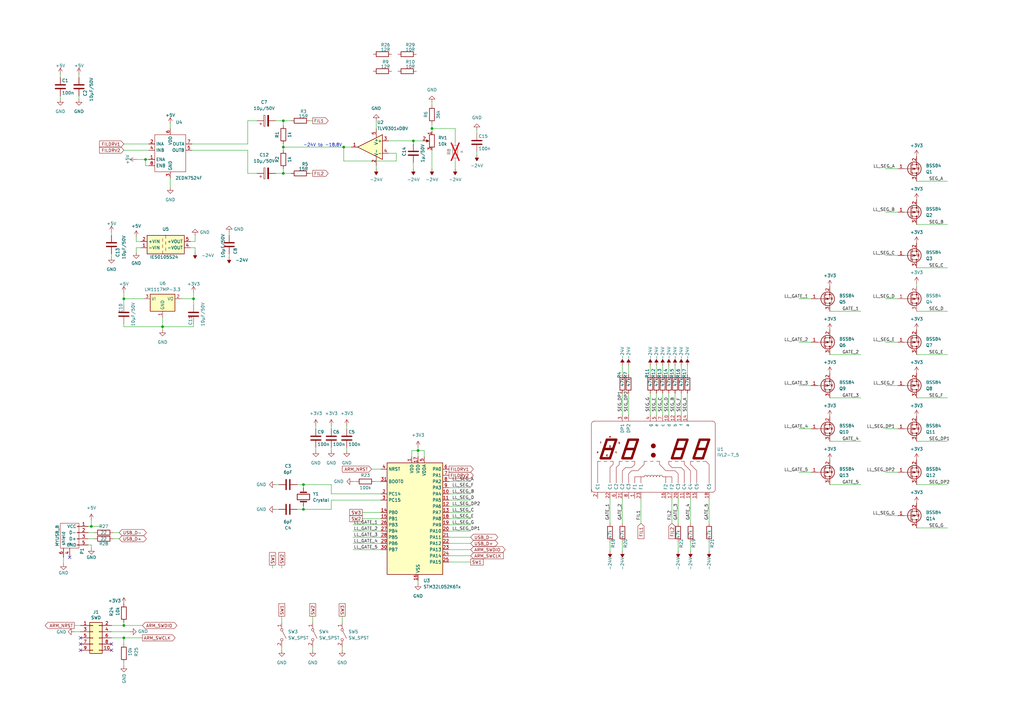
<source format=kicad_sch>
(kicad_sch (version 20230121) (generator eeschema)
  (paper "A3")
  (junction (at 124.46 208.915))
  (junction (at 59.69 65.405))
  (junction (at 37.465 215.9))
  (junction (at 124.46 198.755))
  (junction (at 116.205 71.12))
  (junction (at 79.375 122.555))
  (junction (at 116.205 49.53))
  (junction (at 50.8 256.54))
  (junction (at 50.8 122.555))
  (junction (at 177.165 52.705))
  (junction (at 140.97 60.325))
  (junction (at 66.675 133.985))
  (junction (at 171.45 184.785))
  (junction (at 169.545 57.785))
  (junction (at 116.205 60.325))
  (junction (at 50.8 261.62))
  (no_connect (at 45.72 266.7))
  (no_connect (at 45.72 264.16))
  (no_connect (at 33.02 261.62))
  (no_connect (at 28.575 228.6))
  (no_connect (at 33.02 266.7))
  (no_connect (at 33.02 264.16))
  (wire (pts (xy 171.45 184.785) (xy 171.45 187.325)))
  (wire (pts (xy 184.15 197.485) (xy 193.04 197.485)))
  (wire (pts (xy 37.465 215.9) (xy 36.195 215.9)))
  (wire (pts (xy 80.01 99.06) (xy 78.105 99.06)))
  (wire (pts (xy 375.92 74.295) (xy 388.62 74.295)))
  (wire (pts (xy 177.165 61.595) (xy 177.165 69.215)))
  (wire (pts (xy 184.15 205.105) (xy 193.04 205.105)))
  (wire (pts (xy 116.205 71.12) (xy 119.38 71.12)))
  (wire (pts (xy 116.205 49.53) (xy 116.205 51.435)))
  (wire (pts (xy 74.295 122.555) (xy 79.375 122.555)))
  (wire (pts (xy 168.91 187.325) (xy 168.91 184.785)))
  (wire (pts (xy 184.15 202.565) (xy 193.04 202.565)))
  (wire (pts (xy 262.89 204.47) (xy 262.89 214.63)))
  (wire (pts (xy 127 71.12) (xy 128.27 71.12)))
  (wire (pts (xy 105.41 49.53) (xy 101.6 49.53)))
  (wire (pts (xy 177.165 52.705) (xy 177.165 53.975)))
  (wire (pts (xy 135.89 205.105) (xy 135.89 208.915)))
  (wire (pts (xy 129.54 174.625) (xy 129.54 175.895)))
  (wire (pts (xy 162.56 62.865) (xy 159.385 62.865)))
  (wire (pts (xy 50.8 133.985) (xy 66.675 133.985)))
  (wire (pts (xy 24.765 39.37) (xy 24.765 40.64)))
  (wire (pts (xy 101.6 71.12) (xy 105.41 71.12)))
  (wire (pts (xy 33.02 256.54) (xy 30.48 256.54)))
  (wire (pts (xy 78.74 59.055) (xy 101.6 59.055)))
  (wire (pts (xy 32.385 39.37) (xy 32.385 40.64)))
  (wire (pts (xy 363.22 193.675) (xy 368.3 193.675)))
  (wire (pts (xy 177.165 41.91) (xy 177.165 43.18)))
  (wire (pts (xy 144.145 60.325) (xy 140.97 60.325)))
  (wire (pts (xy 121.92 198.755) (xy 124.46 198.755)))
  (wire (pts (xy 363.22 86.995) (xy 368.3 86.995)))
  (wire (pts (xy 173.99 184.785) (xy 171.45 184.785)))
  (wire (pts (xy 36.195 220.98) (xy 38.735 220.98)))
  (wire (pts (xy 154.305 49.53) (xy 154.305 52.705)))
  (wire (pts (xy 184.15 210.185) (xy 193.04 210.185)))
  (wire (pts (xy 363.22 104.775) (xy 368.3 104.775)))
  (wire (pts (xy 55.88 97.155) (xy 55.88 99.06)))
  (wire (pts (xy 140.97 66.04) (xy 162.56 66.04)))
  (wire (pts (xy 78.105 101.6) (xy 80.01 101.6)))
  (wire (pts (xy 78.74 61.595) (xy 101.6 61.595)))
  (wire (pts (xy 69.85 73.025) (xy 69.85 76.835)))
  (wire (pts (xy 93.98 95.25) (xy 93.98 96.52)))
  (wire (pts (xy 327.66 158.115) (xy 332.74 158.115)))
  (wire (pts (xy 58.42 256.54) (xy 50.8 256.54)))
  (wire (pts (xy 59.69 67.945) (xy 59.69 65.405)))
  (wire (pts (xy 135.89 198.755) (xy 124.46 198.755)))
  (wire (pts (xy 113.03 208.915) (xy 114.3 208.915)))
  (wire (pts (xy 129.54 183.515) (xy 129.54 184.785)))
  (wire (pts (xy 140.335 252.73) (xy 140.335 255.27)))
  (wire (pts (xy 144.78 217.805) (xy 156.21 217.805)))
  (wire (pts (xy 79.375 122.555) (xy 79.375 125.095)))
  (wire (pts (xy 186.69 52.705) (xy 177.165 52.705)))
  (wire (pts (xy 36.195 223.52) (xy 37.465 223.52)))
  (wire (pts (xy 363.22 211.455) (xy 368.3 211.455)))
  (wire (pts (xy 121.92 208.915) (xy 124.46 208.915)))
  (wire (pts (xy 30.48 259.08) (xy 33.02 259.08)))
  (wire (pts (xy 50.8 255.27) (xy 50.8 256.54)))
  (wire (pts (xy 80.01 96.52) (xy 80.01 99.06)))
  (wire (pts (xy 195.58 54.61) (xy 195.58 53.34)))
  (wire (pts (xy 375.92 180.975) (xy 388.62 180.975)))
  (wire (pts (xy 184.15 215.265) (xy 193.04 215.265)))
  (wire (pts (xy 142.24 174.625) (xy 142.24 175.895)))
  (wire (pts (xy 363.22 158.115) (xy 368.3 158.115)))
  (wire (pts (xy 135.89 202.565) (xy 135.89 198.755)))
  (wire (pts (xy 274.32 161.29) (xy 274.32 170.18)))
  (wire (pts (xy 266.7 161.29) (xy 266.7 170.18)))
  (wire (pts (xy 66.675 133.985) (xy 66.675 135.255)))
  (wire (pts (xy 375.92 216.535) (xy 388.62 216.535)))
  (wire (pts (xy 93.98 104.14) (xy 93.98 105.41)))
  (wire (pts (xy 169.545 66.675) (xy 169.545 69.215)))
  (wire (pts (xy 116.205 59.055) (xy 116.205 60.325)))
  (wire (pts (xy 276.86 149.86) (xy 276.86 153.67)))
  (wire (pts (xy 50.8 264.16) (xy 50.8 261.62)))
  (wire (pts (xy 278.13 204.47) (xy 278.13 214.63)))
  (wire (pts (xy 184.15 220.345) (xy 193.04 220.345)))
  (wire (pts (xy 255.27 161.29) (xy 255.27 170.18)))
  (wire (pts (xy 46.355 220.98) (xy 48.895 220.98)))
  (wire (pts (xy 142.24 183.515) (xy 142.24 184.785)))
  (wire (pts (xy 184.15 227.965) (xy 193.04 227.965)))
  (wire (pts (xy 50.8 132.715) (xy 50.8 133.985)))
  (wire (pts (xy 327.66 175.895) (xy 332.74 175.895)))
  (wire (pts (xy 144.78 225.425) (xy 156.21 225.425)))
  (wire (pts (xy 257.81 149.86) (xy 257.81 153.67)))
  (wire (pts (xy 269.24 149.86) (xy 269.24 153.67)))
  (wire (pts (xy 173.99 187.325) (xy 173.99 184.785)))
  (wire (pts (xy 69.85 50.8) (xy 69.85 52.705)))
  (wire (pts (xy 46.355 218.44) (xy 48.895 218.44)))
  (wire (pts (xy 327.66 193.675) (xy 332.74 193.675)))
  (wire (pts (xy 375.92 127.635) (xy 388.62 127.635)))
  (wire (pts (xy 276.86 161.29) (xy 276.86 170.18)))
  (wire (pts (xy 171.45 238.125) (xy 171.45 239.395)))
  (wire (pts (xy 66.675 130.175) (xy 66.675 133.985)))
  (wire (pts (xy 127 49.53) (xy 128.27 49.53)))
  (wire (pts (xy 290.83 222.25) (xy 290.83 226.06)))
  (wire (pts (xy 327.66 140.335) (xy 332.74 140.335)))
  (wire (pts (xy 375.92 145.415) (xy 388.62 145.415)))
  (wire (pts (xy 340.36 198.755) (xy 353.06 198.755)))
  (wire (pts (xy 153.67 197.485) (xy 156.21 197.485)))
  (wire (pts (xy 159.385 57.785) (xy 169.545 57.785)))
  (wire (pts (xy 111.76 231.775) (xy 111.76 233.045)))
  (wire (pts (xy 144.78 215.265) (xy 156.21 215.265)))
  (wire (pts (xy 171.45 183.515) (xy 171.45 184.785)))
  (wire (pts (xy 271.78 161.29) (xy 271.78 170.18)))
  (wire (pts (xy 113.03 49.53) (xy 116.205 49.53)))
  (wire (pts (xy 169.545 57.785) (xy 173.355 57.785)))
  (wire (pts (xy 154.305 67.945) (xy 154.305 69.215)))
  (wire (pts (xy 184.15 207.645) (xy 193.04 207.645)))
  (wire (pts (xy 113.03 198.755) (xy 114.3 198.755)))
  (wire (pts (xy 116.205 60.325) (xy 116.205 61.595)))
  (wire (pts (xy 55.88 101.6) (xy 57.785 101.6)))
  (wire (pts (xy 59.69 65.405) (xy 60.96 65.405)))
  (wire (pts (xy 177.165 50.8) (xy 177.165 52.705)))
  (wire (pts (xy 340.36 127.635) (xy 353.06 127.635)))
  (wire (pts (xy 60.96 67.945) (xy 59.69 67.945)))
  (wire (pts (xy 128.27 252.73) (xy 128.27 255.27)))
  (wire (pts (xy 24.765 31.75) (xy 24.765 30.48)))
  (wire (pts (xy 36.195 218.44) (xy 38.735 218.44)))
  (wire (pts (xy 279.4 149.86) (xy 279.4 153.67)))
  (wire (pts (xy 128.27 266.7) (xy 128.27 265.43)))
  (wire (pts (xy 375.92 109.855) (xy 388.62 109.855)))
  (wire (pts (xy 124.46 198.755) (xy 124.46 200.025)))
  (wire (pts (xy 140.335 266.7) (xy 140.335 265.43)))
  (wire (pts (xy 283.21 204.47) (xy 283.21 214.63)))
  (wire (pts (xy 255.27 204.47) (xy 255.27 214.63)))
  (wire (pts (xy 116.205 60.325) (xy 140.97 60.325)))
  (wire (pts (xy 37.465 213.36) (xy 37.465 215.9)))
  (wire (pts (xy 124.46 208.915) (xy 124.46 207.645)))
  (wire (pts (xy 115.57 266.7) (xy 115.57 265.43)))
  (wire (pts (xy 50.8 271.78) (xy 50.8 273.05)))
  (wire (pts (xy 37.465 223.52) (xy 37.465 224.79)))
  (wire (pts (xy 135.89 174.625) (xy 135.89 175.895)))
  (wire (pts (xy 144.78 197.485) (xy 146.05 197.485)))
  (wire (pts (xy 169.545 57.785) (xy 169.545 59.055)))
  (wire (pts (xy 290.83 204.47) (xy 290.83 214.63)))
  (wire (pts (xy 363.22 175.895) (xy 368.3 175.895)))
  (wire (pts (xy 184.15 222.885) (xy 193.04 222.885)))
  (wire (pts (xy 45.72 95.25) (xy 45.72 96.52)))
  (wire (pts (xy 250.19 222.25) (xy 250.19 226.06)))
  (wire (pts (xy 375.92 116.205) (xy 375.92 117.475)))
  (wire (pts (xy 340.36 163.195) (xy 353.06 163.195)))
  (wire (pts (xy 101.6 49.53) (xy 101.6 59.055)))
  (wire (pts (xy 50.8 59.055) (xy 60.96 59.055)))
  (wire (pts (xy 41.275 215.9) (xy 37.465 215.9)))
  (wire (pts (xy 278.13 222.25) (xy 278.13 226.06)))
  (wire (pts (xy 375.92 92.075) (xy 388.62 92.075)))
  (wire (pts (xy 156.21 202.565) (xy 135.89 202.565)))
  (wire (pts (xy 152.4 192.405) (xy 156.21 192.405)))
  (wire (pts (xy 279.4 161.29) (xy 279.4 170.18)))
  (wire (pts (xy 116.205 69.215) (xy 116.205 71.12)))
  (wire (pts (xy 168.91 184.785) (xy 171.45 184.785)))
  (wire (pts (xy 340.36 180.975) (xy 353.06 180.975)))
  (wire (pts (xy 327.66 122.555) (xy 332.74 122.555)))
  (wire (pts (xy 50.8 256.54) (xy 45.72 256.54)))
  (wire (pts (xy 283.21 222.25) (xy 283.21 226.06)))
  (wire (pts (xy 274.32 149.86) (xy 274.32 153.67)))
  (wire (pts (xy 375.92 163.195) (xy 388.62 163.195)))
  (wire (pts (xy 363.22 140.335) (xy 368.3 140.335)))
  (wire (pts (xy 375.92 198.755) (xy 388.62 198.755)))
  (wire (pts (xy 195.58 62.23) (xy 195.58 63.5)))
  (wire (pts (xy 184.15 217.805) (xy 193.04 217.805)))
  (wire (pts (xy 281.94 149.86) (xy 281.94 153.67)))
  (wire (pts (xy 162.56 66.04) (xy 162.56 62.865)))
  (wire (pts (xy 275.59 204.47) (xy 275.59 214.63)))
  (wire (pts (xy 26.035 231.14) (xy 26.035 228.6)))
  (wire (pts (xy 135.89 183.515) (xy 135.89 184.785)))
  (wire (pts (xy 148.59 212.725) (xy 156.21 212.725)))
  (wire (pts (xy 50.8 61.595) (xy 60.96 61.595)))
  (wire (pts (xy 80.01 101.6) (xy 80.01 103.505)))
  (wire (pts (xy 156.21 205.105) (xy 135.89 205.105)))
  (wire (pts (xy 53.34 259.08) (xy 45.72 259.08)))
  (wire (pts (xy 115.57 231.775) (xy 115.57 233.045)))
  (wire (pts (xy 363.22 69.215) (xy 368.3 69.215)))
  (wire (pts (xy 184.15 225.425) (xy 193.04 225.425)))
  (wire (pts (xy 144.78 220.345) (xy 156.21 220.345)))
  (wire (pts (xy 255.27 222.25) (xy 255.27 226.06)))
  (wire (pts (xy 250.19 204.47) (xy 250.19 214.63)))
  (wire (pts (xy 116.205 49.53) (xy 119.38 49.53)))
  (wire (pts (xy 50.8 122.555) (xy 50.8 125.095)))
  (wire (pts (xy 140.97 60.325) (xy 140.97 66.04)))
  (wire (pts (xy 266.7 149.86) (xy 266.7 153.67)))
  (wire (pts (xy 186.69 58.42) (xy 186.69 52.705)))
  (wire (pts (xy 271.78 149.86) (xy 271.78 153.67)))
  (wire (pts (xy 50.8 120.015) (xy 50.8 122.555)))
  (wire (pts (xy 66.675 133.985) (xy 79.375 133.985)))
  (wire (pts (xy 135.89 208.915) (xy 124.46 208.915)))
  (wire (pts (xy 186.69 66.04) (xy 186.69 69.215)))
  (wire (pts (xy 255.27 149.86) (xy 255.27 153.67)))
  (wire (pts (xy 32.385 30.48) (xy 32.385 31.75)))
  (wire (pts (xy 55.88 99.06) (xy 57.785 99.06)))
  (wire (pts (xy 184.15 200.025) (xy 193.04 200.025)))
  (wire (pts (xy 101.6 61.595) (xy 101.6 71.12)))
  (wire (pts (xy 79.375 120.015) (xy 79.375 122.555)))
  (wire (pts (xy 363.22 122.555) (xy 368.3 122.555)))
  (wire (pts (xy 113.03 71.12) (xy 116.205 71.12)))
  (wire (pts (xy 148.59 210.185) (xy 156.21 210.185)))
  (wire (pts (xy 50.8 122.555) (xy 59.055 122.555)))
  (wire (pts (xy 50.8 261.62) (xy 45.72 261.62)))
  (wire (pts (xy 55.88 103.505) (xy 55.88 101.6)))
  (wire (pts (xy 184.15 230.505) (xy 193.04 230.505)))
  (wire (pts (xy 79.375 133.985) (xy 79.375 132.715)))
  (wire (pts (xy 58.42 261.62) (xy 50.8 261.62)))
  (wire (pts (xy 184.15 212.725) (xy 193.04 212.725)))
  (wire (pts (xy 281.94 161.29) (xy 281.94 170.18)))
  (wire (pts (xy 45.72 104.14) (xy 45.72 105.41)))
  (wire (pts (xy 340.36 145.415) (xy 353.06 145.415)))
  (wire (pts (xy 257.81 161.29) (xy 257.81 170.18)))
  (wire (pts (xy 115.57 252.73) (xy 115.57 255.27)))
  (wire (pts (xy 269.24 161.29) (xy 269.24 170.18)))
  (wire (pts (xy 144.78 222.885) (xy 156.21 222.885)))
  (wire (pts (xy 55.88 65.405) (xy 59.69 65.405)))
  (text "-24V to -18.8V" (at 140.335 60.325 0) (effects (font (size 1.27 1.27)) (justify right bottom)))
  (label "LL_SEG_C" (at 185.42 210.185 0))
  (label "SEG_E" (at 381 145.415 0))
  (label "LL_SEG_A" (at 185.42 197.485 0))
  (label "SEG_DP2" (at 381 198.755 0))
  (label "LL_SEG_F" (at 185.42 200.025 0))
  (label "GATE_2" (at 255.27 213.36 90))
  (label "LL_SEG_B" (at 367.03 86.995 180))
  (label "LL_GATE_3" (at 154.94 220.345 180))
  (label "LL_GATE_5" (at 154.94 225.425 180))
  (label "LL_SEG_DP1" (at 185.42 217.805 0))
  (label "LL_SEG_DP1" (at 367.03 175.895 180))
  (label "SEG_A" (at 281.94 168.91 90))
  (label "GATE_4" (at 345.44 180.975 0))
  (label "GATE_1" (at 250.19 213.36 90))
  (label "LL_GATE_1" (at 331.47 122.555 180))
  (label "LL_SEG_G" (at 185.42 215.265 0))
  (label "SEG_B" (at 276.86 168.91 90))
  (label "GATE_2" (at 345.44 145.415 0))
  (label "SEG_F" (at 381 163.195 0))
  (label "LL_SEG_B" (at 185.42 202.565 0))
  (label "GATE_5" (at 345.44 198.755 0))
  (label "SEG_E" (at 269.24 168.91 90))
  (label "SEG_DP2" (at 257.81 168.91 90))
  (label "SEG_G" (at 381 216.535 0))
  (label "LL_SEG_C" (at 367.03 104.775 180))
  (label "FIL2" (at 275.59 213.36 90))
  (label "SEG_B" (at 381 92.075 0))
  (label "LL_GATE_5" (at 331.47 193.675 180))
  (label "LL_GATE_4" (at 331.47 175.895 180))
  (label "SEG_C" (at 271.78 168.91 90))
  (label "GATE_4" (at 283.21 213.36 90))
  (label "FIL1" (at 262.89 213.36 90))
  (label "LL_SEG_E" (at 185.42 212.725 0))
  (label "SEG_DP1" (at 381 180.975 0))
  (label "LL_SEG_A" (at 367.03 69.215 180))
  (label "LL_GATE_3" (at 331.47 158.115 180))
  (label "GATE_3" (at 278.13 213.36 90))
  (label "SEG_G" (at 266.7 168.91 90))
  (label "SEG_F" (at 279.4 168.91 90))
  (label "LL_SEG_D" (at 185.42 205.105 0))
  (label "SEG_C" (at 381 109.855 0))
  (label "SEG_A" (at 381 74.295 0))
  (label "LL_GATE_4" (at 154.94 222.885 180))
  (label "GATE_5" (at 290.83 213.36 90))
  (label "LL_SEG_E" (at 367.03 140.335 180))
  (label "GATE_1" (at 345.44 127.635 0))
  (label "SEG_D" (at 381 127.635 0))
  (label "LL_SEG_DP2" (at 367.03 193.675 180))
  (label "LL_SEG_D" (at 367.03 122.555 180))
  (label "LL_GATE_2" (at 154.94 217.805 180))
  (label "SEG_DP1" (at 255.27 168.91 90))
  (label "LL_SEG_F" (at 367.03 158.115 180))
  (label "LL_SEG_DP2" (at 185.42 207.645 0))
  (label "GATE_3" (at 345.44 163.195 0))
  (label "LL_SEG_G" (at 367.03 211.455 180))
  (label "LL_GATE_1" (at 154.94 215.265 180))
  (label "SEG_D" (at 274.32 168.91 90))
  (label "LL_GATE_2" (at 331.47 140.335 180))
  (global_label "ARM_NRST" (shape output) (at 30.48 256.54 180) (property "Intersheetrefs" "${INTERSHEET_REFS}" (effects hide)))
  (global_label "FILDRV1" (shape output) (at 184.15 192.405 0) (property "Intersheetrefs" "${INTERSHEET_REFS}" (effects hide)))
  (global_label "SW3" (shape passive) (at 148.59 210.185 180) (property "Intersheetrefs" "${INTERSHEET_REFS}" (effects hide)))
  (global_label "ARM_SWCLK" (shape input) (at 193.04 227.965 0) (property "Intersheetrefs" "${INTERSHEET_REFS}" (effects hide)))
  (global_label "SW1" (shape passive) (at 193.04 230.505 0) (property "Intersheetrefs" "${INTERSHEET_REFS}" (effects hide)))
  (global_label "SW2" (shape passive) (at 115.57 231.775 90) (property "Intersheetrefs" "${INTERSHEET_REFS}" (effects hide)))
  (global_label "ARM_SWCLK" (shape output) (at 58.42 261.62 0) (property "Intersheetrefs" "${INTERSHEET_REFS}" (effects hide)))
  (global_label "USB_D+" (shape bidirectional) (at 193.04 222.885 0) (property "Intersheetrefs" "${INTERSHEET_REFS}" (effects hide)))
  (global_label "SW1" (shape passive) (at 115.57 252.73 90) (property "Intersheetrefs" "${INTERSHEET_REFS}" (effects hide)))
  (global_label "SW1" (shape passive) (at 111.76 231.775 90) (property "Intersheetrefs" "${INTERSHEET_REFS}" (effects hide)))
  (global_label "SW2" (shape passive) (at 148.59 212.725 180) (property "Intersheetrefs" "${INTERSHEET_REFS}" (effects hide)))
  (global_label "FIL2" (shape output) (at 128.27 71.12 0) (property "Intersheetrefs" "${INTERSHEET_REFS}" (effects hide)))
  (global_label "ARM_SWDIO" (shape bidirectional) (at 58.42 256.54 0) (property "Intersheetrefs" "${INTERSHEET_REFS}" (effects hide)))
  (global_label "SW3" (shape passive) (at 140.335 252.73 90) (property "Intersheetrefs" "${INTERSHEET_REFS}" (effects hide)))
  (global_label "SW2" (shape passive) (at 128.27 252.73 90) (property "Intersheetrefs" "${INTERSHEET_REFS}" (effects hide)))
  (global_label "USB_D-" (shape bidirectional) (at 193.04 220.345 0) (property "Intersheetrefs" "${INTERSHEET_REFS}" (effects hide)))
  (global_label "USB_D-" (shape bidirectional) (at 48.895 218.44 0) (property "Intersheetrefs" "${INTERSHEET_REFS}" (effects hide)))
  (global_label "FIL1" (shape output) (at 128.27 49.53 0) (property "Intersheetrefs" "${INTERSHEET_REFS}" (effects hide)))
  (global_label "USB_D+" (shape bidirectional) (at 48.895 220.98 0) (property "Intersheetrefs" "${INTERSHEET_REFS}" (effects hide)))
  (global_label "FIL1" (shape input) (at 262.89 214.63 270) (property "Intersheetrefs" "${INTERSHEET_REFS}" (effects hide)))
  (global_label "FIL2" (shape input) (at 275.59 214.63 270) (property "Intersheetrefs" "${INTERSHEET_REFS}" (effects hide)))
  (global_label "FILDRV2" (shape output) (at 184.15 194.945 0) (property "Intersheetrefs" "${INTERSHEET_REFS}" (effects hide)))
  (global_label "ARM_SWDIO" (shape bidirectional) (at 193.04 225.425 0) (property "Intersheetrefs" "${INTERSHEET_REFS}" (effects hide)))
  (global_label "ARM_NRST" (shape input) (at 152.4 192.405 180) (property "Intersheetrefs" "${INTERSHEET_REFS}" (effects hide)))
  (global_label "FILDRV1" (shape input) (at 50.8 59.055 180) (property "Intersheetrefs" "${INTERSHEET_REFS}" (effects hide)))
  (global_label "FILDRV2" (shape input) (at 50.8 61.595 180) (property "Intersheetrefs" "${INTERSHEET_REFS}" (effects hide)))
  (symbol (lib_id "power:+3V3") (at 375.92 170.815 0) (unit 1)
    (property "Reference" "#PWR028" (effects hide))
    (property "Value" "+3V3" (at 375.92 166.37 0))
  )
  (symbol (lib_id "clock-rescue:MYUSB_B") (at 28.575 220.98 90) (mirror x) (unit 1)
    (property "Reference" "P1" (at 33.655 226.06 0))
    (property "Value" "MYUSB_B" (at 23.495 219.71 0))
    (property "Footprint" "Connector_USB:USB_Micro-B_Amphenol_10103594-0001LF_Horizontal" (effects hide))
    (property "OrderNr" "609-4050-1-ND" (effects hide))
    (property "Distributor" "D" (effects hide))
    (property "Manufacturer" "10103594-0001LF" (effects hide))
  )
  (symbol (lib_id "power:-24V") (at 255.27 226.06 180) (unit 1)
    (property "Reference" "#PWR016" (effects hide))
    (property "Value" "-24V" (at 255.27 231.14 90))
  )
  (symbol (lib_id "dwc-hat-rescue:+3V3-power") (at 50.8 247.65 0) (unit 1)
    (property "Reference" "#PWR042" (effects hide))
    (property "Value" "+3V3" (at 46.99 246.38 0))
  )
  (symbol (lib_id "dwc-hat-rescue:GND-power") (at 53.34 259.08 90) (unit 1)
    (property "Reference" "#PWR044" (effects hide))
    (property "Value" "GND" (at 56.5912 258.953 90) (effects (justify right)))
  )
  (symbol (lib_id "power:+3V3") (at 171.45 183.515 0) (unit 1)
    (property "Reference" "#PWR038" (effects hide))
    (property "Value" "+3V3" (at 171.45 178.435 0))
  )
  (symbol (lib_id "Device:R_Potentiometer") (at 177.165 57.785 0) (mirror y) (unit 1)
    (property "Reference" "RV1" (at 179.705 56.515 0) (effects (justify right)))
    (property "Value" "10k" (at 179.705 59.055 0) (effects (justify right)))
    (property "Footprint" "Potentiometer_SMD:Potentiometer_Bourns_3269W_Vertical" (effects hide))
    (property "Distributor" "D" (effects hide))
    (property "Manufacturer" "3269W-1-103LF" (effects hide))
    (property "OrderNr" "3269W-1-103LF-ND" (effects hide))
  )
  (symbol (lib_id "power:GND") (at 32.385 40.64 0) (unit 1)
    (property "Reference" "#PWR059" (effects hide))
    (property "Value" "GND" (at 32.385 45.72 0))
  )
  (symbol (lib_id "power:+3V3") (at 340.36 153.035 0) (unit 1)
    (property "Reference" "#PWR033" (effects hide))
    (property "Value" "+3V3" (at 340.36 148.59 0))
  )
  (symbol (lib_id "Device:R") (at 276.86 157.48 180) (unit 1)
    (property "Reference" "R15" (at 275.59 151.13 90) (effects (justify left)))
    (property "Value" "47k" (at 276.86 154.94 90) (effects (justify left)))
    (property "Footprint" "Resistor_SMD:R_0805_2012Metric" (effects hide))
  )
  (symbol (lib_id "power:-24V") (at 195.58 63.5 180) (unit 1)
    (property "Reference" "#PWR073" (effects hide))
    (property "Value" "-24V" (at 195.58 67.945 0))
  )
  (symbol (lib_id "Device:R") (at 269.24 157.48 180) (unit 1)
    (property "Reference" "R12" (at 267.97 151.13 90) (effects (justify left)))
    (property "Value" "47k" (at 269.24 154.94 90) (effects (justify left)))
    (property "Footprint" "Resistor_SMD:R_0805_2012Metric" (effects hide))
  )
  (symbol (lib_id "Device:R") (at 186.69 62.23 180) (unit 1) (dnp yes)
    (property "Reference" "R8" (at 184.15 62.23 90))
    (property "Value" "x" (at 189.23 62.23 90))
    (property "Footprint" "Resistor_SMD:R_0805_2012Metric" (effects hide))
    (property "Distributor" "-" (effects hide))
  )
  (symbol (lib_id "Transistor_FET:BSS84") (at 373.38 193.675 0) (mirror x) (unit 1)
    (property "Reference" "Q12" (at 379.73 194.945 0) (effects (justify left)))
    (property "Value" "BSS84" (at 379.73 192.405 0) (effects (justify left)))
    (property "Footprint" "Package_TO_SOT_SMD:SOT-23" (effects hide))
    (property "Datasheet" "http://assets.nexperia.com/documents/data-sheet/BSS84.pdf" (effects hide))
  )
  (symbol (lib_id "Device:R") (at 271.78 157.48 180) (unit 1)
    (property "Reference" "R13" (at 270.51 151.13 90) (effects (justify left)))
    (property "Value" "47k" (at 271.78 154.94 90) (effects (justify left)))
    (property "Footprint" "Resistor_SMD:R_0805_2012Metric" (effects hide))
  )
  (symbol (lib_id "Transistor_FET:BSS84") (at 337.82 175.895 0) (mirror x) (unit 1)
    (property "Reference" "Q10" (at 344.17 177.165 0) (effects (justify left)))
    (property "Value" "BSS84" (at 344.17 174.625 0) (effects (justify left)))
    (property "Footprint" "Package_TO_SOT_SMD:SOT-23" (effects hide))
    (property "Datasheet" "http://assets.nexperia.com/documents/data-sheet/BSS84.pdf" (effects hide))
  )
  (symbol (lib_id "Device:C_Polarized") (at 109.22 71.12 90) (unit 1)
    (property "Reference" "C12" (at 108.331 63.5 90))
    (property "Value" "10µ/50V" (at 108.331 66.04 90))
    (property "Footprint" "Capacitor_SMD:CP_Elec_5x5.4" (effects hide))
    (property "Distributor" "D" (effects hide))
    (property "Manufacturer" "865080642006" (effects hide))
    (property "OrderNr" "732-8451-1-ND" (effects hide))
  )
  (symbol (lib_id "Device:C_Polarized") (at 109.22 49.53 90) (unit 1)
    (property "Reference" "C7" (at 108.331 41.91 90))
    (property "Value" "10µ/50V" (at 108.331 44.45 90))
    (property "Footprint" "Capacitor_SMD:CP_Elec_5x5.4" (effects hide))
    (property "Distributor" "D" (effects hide))
    (property "Manufacturer" "865080642006" (effects hide))
    (property "OrderNr" "732-8451-1-ND" (effects hide))
  )
  (symbol (lib_id "power:GND") (at 177.165 41.91 180) (unit 1)
    (property "Reference" "#PWR072" (effects hide))
    (property "Value" "GND" (at 177.165 36.83 0))
  )
  (symbol (lib_id "Device:R") (at 290.83 218.44 0) (unit 1)
    (property "Reference" "R21" (at 292.1 224.79 90) (effects (justify left)))
    (property "Value" "47k" (at 290.83 220.98 90) (effects (justify left)))
    (property "Footprint" "Resistor_SMD:R_0805_2012Metric" (effects hide))
  )
  (symbol (lib_id "power:GND") (at 113.03 198.755 270) (unit 1)
    (property "Reference" "#PWR036" (effects hide))
    (property "Value" "GND" (at 109.22 198.755 90) (effects (justify right)))
  )
  (symbol (lib_id "power:+3V3") (at 340.36 188.595 0) (unit 1)
    (property "Reference" "#PWR031" (effects hide))
    (property "Value" "+3V3" (at 340.36 184.15 0))
  )
  (symbol (lib_id "power:GND") (at 24.765 40.64 0) (unit 1)
    (property "Reference" "#PWR056" (effects hide))
    (property "Value" "GND" (at 24.765 45.72 0))
  )
  (symbol (lib_id "Switch:SW_SPST") (at 140.335 260.35 270) (unit 1)
    (property "Reference" "SW5" (at 142.875 259.08 90) (effects (justify left)))
    (property "Value" "SW_SPST" (at 142.875 261.62 90) (effects (justify left)))
    (property "Footprint" "Button_Switch_THT:SW_Tactile_SPST_Angled_PTS645Vx83-2LFS" (effects hide))
    (property "Distributor" "D" (effects hide))
    (property "Manufacturer" "PTS645VH83-2 LFS" (effects hide))
    (property "OrderNr" "CKN9121-ND" (effects hide))
  )
  (symbol (lib_id "power:+3V3") (at 340.36 117.475 0) (unit 1)
    (property "Reference" "#PWR020" (effects hide))
    (property "Value" "+3V3" (at 340.36 113.03 0))
  )
  (symbol (lib_id "vfd1-rescue:C") (at 135.89 179.705 0) (unit 1)
    (property "Reference" "C6" (at 136.525 177.165 0) (effects (justify left)))
    (property "Value" "100n" (at 136.525 182.245 0) (effects (justify left)))
    (property "Footprint" "Capacitor_SMD:C_0805_2012Metric" (effects hide))
  )
  (symbol (lib_id "Device:R") (at 274.32 157.48 180) (unit 1)
    (property "Reference" "R14" (at 273.05 151.13 90) (effects (justify left)))
    (property "Value" "47k" (at 274.32 154.94 90) (effects (justify left)))
    (property "Footprint" "Resistor_SMD:R_0805_2012Metric" (effects hide))
  )
  (symbol (lib_id "power:GND") (at 115.57 266.7 0) (unit 1)
    (property "Reference" "#PWR06" (effects hide))
    (property "Value" "GND" (at 115.57 271.78 0))
  )
  (symbol (lib_id "power:GND") (at 113.03 208.915 270) (unit 1)
    (property "Reference" "#PWR037" (effects hide))
    (property "Value" "GND" (at 109.22 208.915 90) (effects (justify right)))
  )
  (symbol (lib_id "clock-rescue:+5V") (at 55.88 65.405 90) (unit 1)
    (property "Reference" "#PWR014" (effects hide))
    (property "Value" "+5V" (at 52.324 65.405 0))
  )
  (symbol (lib_id "Regulator_Linear:LM1117MP-3.3") (at 66.675 122.555 0) (unit 1)
    (property "Reference" "U6" (at 66.675 116.205 0))
    (property "Value" "LM1117MP-3.3" (at 66.675 118.745 0))
    (property "Footprint" "Package_TO_SOT_SMD:SOT-223-3_TabPin2" (effects hide))
    (property "Datasheet" "http://www.ti.com/lit/ds/symlink/lm1117.pdf" (effects hide))
    (property "Distributor" "D" (effects hide))
    (property "Manufacturer" "LM1117MPX-3.3/NOPB" (effects hide))
    (property "OrderNr" "LM1117MPX-3.3/NOPBCT-ND" (effects hide))
  )
  (symbol (lib_id "clock-rescue:R") (at 42.545 220.98 270) (unit 1)
    (property "Reference" "R28" (at 42.545 223.012 90))
    (property "Value" "22" (at 42.545 220.98 90))
    (property "Footprint" "Resistor_SMD:R_0805_2012Metric" (effects hide))
  )
  (symbol (lib_id "power:-24V") (at 274.32 149.86 0) (unit 1)
    (property "Reference" "#PWR010" (effects hide))
    (property "Value" "-24V" (at 274.32 144.78 90))
  )
  (symbol (lib_id "power:GND") (at 195.58 53.34 180) (unit 1)
    (property "Reference" "#PWR074" (effects hide))
    (property "Value" "GND" (at 195.58 48.26 0))
  )
  (symbol (lib_id "power:-24V") (at 250.19 226.06 180) (unit 1)
    (property "Reference" "#PWR015" (effects hide))
    (property "Value" "-24V" (at 250.19 231.14 90))
  )
  (symbol (lib_id "power:GND") (at 135.89 184.785 0) (unit 1)
    (property "Reference" "#PWR052" (effects hide))
    (property "Value" "GND" (at 135.89 189.865 0))
  )
  (symbol (lib_id "Device:R") (at 255.27 157.48 180) (unit 1)
    (property "Reference" "R4" (at 254 152.4 90) (effects (justify left)))
    (property "Value" "47k" (at 255.27 154.94 90) (effects (justify left)))
    (property "Footprint" "Resistor_SMD:R_0805_2012Metric" (effects hide))
  )
  (symbol (lib_id "power:GND") (at 154.305 49.53 180) (unit 1)
    (property "Reference" "#PWR071" (effects hide))
    (property "Value" "GND" (at 154.305 44.45 0))
  )
  (symbol (lib_id "Transistor_FET:BSS84") (at 337.82 122.555 0) (mirror x) (unit 1)
    (property "Reference" "Q5" (at 344.17 123.825 0) (effects (justify left)))
    (property "Value" "BSS84" (at 344.17 121.285 0) (effects (justify left)))
    (property "Footprint" "Package_TO_SOT_SMD:SOT-23" (effects hide))
    (property "Datasheet" "http://assets.nexperia.com/documents/data-sheet/BSS84.pdf" (effects hide))
  )
  (symbol (lib_id "clock-rescue:+5V") (at 45.72 95.25 0) (unit 1)
    (property "Reference" "#PWR067" (effects hide))
    (property "Value" "+5V" (at 45.72 91.694 0))
  )
  (symbol (lib_id "Switch:SW_SPST") (at 128.27 260.35 270) (unit 1)
    (property "Reference" "SW4" (at 130.81 259.08 90) (effects (justify left)))
    (property "Value" "SW_SPST" (at 130.81 261.62 90) (effects (justify left)))
    (property "Footprint" "Button_Switch_THT:SW_Tactile_SPST_Angled_PTS645Vx83-2LFS" (effects hide))
    (property "Distributor" "D" (effects hide))
    (property "Manufacturer" "PTS645VH83-2 LFS" (effects hide))
    (property "OrderNr" "CKN9121-ND" (effects hide))
  )
  (symbol (lib_id "dwc-hat-rescue:C-Device") (at 79.375 128.905 0) (unit 1)
    (property "Reference" "C11" (at 78.105 131.445 90))
    (property "Value" "10µF/50V" (at 83.185 128.905 90))
    (property "Footprint" "Capacitor_SMD:C_1206_3216Metric" (effects hide))
    (property "Distributor" "D" (effects hide))
    (property "Manufacturer" "CL31A106MBHNNNE" (effects hide))
    (property "OrderNr" "1276-6736-1-ND" (effects hide))
  )
  (symbol (lib_id "power:+3V3") (at 375.92 135.255 0) (unit 1)
    (property "Reference" "#PWR026" (effects hide))
    (property "Value" "+3V3" (at 375.92 130.81 0))
  )
  (symbol (lib_id "Transistor_FET:BSS84") (at 373.38 175.895 0) (mirror x) (unit 1)
    (property "Reference" "Q11" (at 379.73 177.165 0) (effects (justify left)))
    (property "Value" "BSS84" (at 379.73 174.625 0) (effects (justify left)))
    (property "Footprint" "Package_TO_SOT_SMD:SOT-23" (effects hide))
    (property "Datasheet" "http://assets.nexperia.com/documents/data-sheet/BSS84.pdf" (effects hide))
  )
  (symbol (lib_id "Device:R") (at 177.165 46.99 180) (unit 1)
    (property "Reference" "R6" (at 174.625 46.99 90))
    (property "Value" "36k" (at 179.705 46.99 90))
    (property "Footprint" "Resistor_SMD:R_0805_2012Metric" (effects hide))
  )
  (symbol (lib_id "power:+3V3") (at 340.36 135.255 0) (unit 1)
    (property "Reference" "#PWR021" (effects hide))
    (property "Value" "+3V3" (at 340.36 130.81 0))
  )
  (symbol (lib_id "Switch:SW_SPST") (at 115.57 260.35 270) (unit 1)
    (property "Reference" "SW3" (at 118.11 259.08 90) (effects (justify left)))
    (property "Value" "SW_SPST" (at 118.11 261.62 90) (effects (justify left)))
    (property "Footprint" "Button_Switch_THT:SW_Tactile_SPST_Angled_PTS645Vx83-2LFS" (effects hide))
    (property "Distributor" "D" (effects hide))
    (property "Manufacturer" "PTS645VH83-2 LFS" (effects hide))
    (property "OrderNr" "CKN9121-ND" (effects hide))
  )
  (symbol (lib_id "clock-rescue:+5V") (at 24.765 30.48 0) (unit 1)
    (property "Reference" "#PWR065" (effects hide))
    (property "Value" "+5V" (at 24.765 26.924 0))
  )
  (symbol (lib_id "dwc-hat-rescue:Conn_02x05_Odd_Even-Connector_Generic") (at 38.1 261.62 0) (unit 1)
    (property "Reference" "J1" (at 39.37 251.0282 0))
    (property "Value" "SWD" (at 39.37 253.3396 0))
    (property "Footprint" "myfootprints:PinHeader_IDC_2x05_P1.27mm_Vertical_SMD" (effects hide))
    (property "Distributor" "X" (effects hide))
  )
  (symbol (lib_id "dwc-hat-rescue:C-Device") (at 50.8 128.905 0) (unit 1)
    (property "Reference" "C10" (at 49.53 126.365 90))
    (property "Value" "10µF/50V" (at 54.61 128.905 90))
    (property "Footprint" "Capacitor_SMD:C_1206_3216Metric" (effects hide))
    (property "Distributor" "D" (effects hide))
    (property "Manufacturer" "CL31A106MBHNNNE" (effects hide))
    (property "OrderNr" "1276-6736-1-ND" (effects hide))
  )
  (symbol (lib_id "Device:R") (at 167.005 29.21 90) (unit 1) (on_board no)
    (property "Reference" "R10" (at 168.275 25.4 90))
    (property "Value" "10R" (at 168.275 27.305 90))
    (property "Footprint" "Resistor_SMD:R_2010_5025Metric" (effects hide))
    (property "Distributor" "D" (effects hide))
    (property "Manufacturer" "RMCF2010JT10R0" (effects hide))
    (property "OrderNr" "RMCF2010JT10R0CT-ND" (effects hide))
  )
  (symbol (lib_id "power:GND") (at 93.98 95.25 180) (unit 1)
    (property "Reference" "#PWR063" (effects hide))
    (property "Value" "GND" (at 95.885 93.98 0) (effects (justify right)))
  )
  (symbol (lib_id "Device:R") (at 283.21 218.44 0) (unit 1)
    (property "Reference" "R19" (at 284.48 224.79 90) (effects (justify left)))
    (property "Value" "47k" (at 283.21 220.98 90) (effects (justify left)))
    (property "Footprint" "Resistor_SMD:R_0805_2012Metric" (effects hide))
  )
  (symbol (lib_id "Device:R") (at 257.81 157.48 180) (unit 1)
    (property "Reference" "R7" (at 256.54 152.4 90) (effects (justify left)))
    (property "Value" "47k" (at 257.81 154.94 90) (effects (justify left)))
    (property "Footprint" "Resistor_SMD:R_0805_2012Metric" (effects hide))
  )
  (symbol (lib_id "mylib7:SE-IES01-dcdc") (at 67.945 100.33 0) (unit 1)
    (property "Reference" "U5" (at 67.945 93.98 0))
    (property "Value" "IES0105S24" (at 67.31 105.41 0))
    (property "Footprint" "myfootprints:IES0105S24-dcdc" (effects hide))
    (property "Distributor" "D" (effects hide))
    (property "Manufacturer" "IES0105S24" (effects hide))
    (property "OrderNr" "1470-IES0105S24-ND" (effects hide))
  )
  (symbol (lib_id "Transistor_FET:BSS84") (at 373.38 104.775 0) (mirror x) (unit 1)
    (property "Reference" "Q3" (at 379.73 106.045 0) (effects (justify left)))
    (property "Value" "BSS84" (at 379.73 103.505 0) (effects (justify left)))
    (property "Footprint" "Package_TO_SOT_SMD:SOT-23" (effects hide))
    (property "Datasheet" "http://assets.nexperia.com/documents/data-sheet/BSS84.pdf" (effects hide))
  )
  (symbol (lib_id "vfd1-rescue:C") (at 45.72 100.33 0) (mirror x) (unit 1)
    (property "Reference" "C13" (at 48.26 101.6 90) (effects (justify left)))
    (property "Value" "10µF/50V" (at 50.8 96.52 90) (effects (justify left)))
    (property "Footprint" "Capacitor_SMD:C_1206_3216Metric" (effects hide))
    (property "OrderNr" "1276-6736-1-ND" (effects hide))
    (property "Distributor" "D" (effects hide))
    (property "Manufacturer" "CL31A106MBHNNNE" (effects hide))
  )
  (symbol (lib_id "vfd1-rescue:C") (at 93.98 100.33 0) (mirror x) (unit 1)
    (property "Reference" "C8" (at 96.52 101.6 90) (effects (justify left)))
    (property "Value" "10µF/50V" (at 91.44 95.885 90) (effects (justify left)))
    (property "Footprint" "Capacitor_SMD:C_1206_3216Metric" (effects hide))
    (property "OrderNr" "1276-6736-1-ND" (effects hide))
    (property "Distributor" "D" (effects hide))
    (property "Manufacturer" "CL31A106MBHNNNE" (effects hide))
  )
  (symbol (lib_id "power:GND") (at 45.72 105.41 0) (unit 1)
    (property "Reference" "#PWR068" (effects hide))
    (property "Value" "GND" (at 45.72 110.49 0))
  )
  (symbol (lib_id "Device:Crystal") (at 124.46 203.835 90) (unit 1)
    (property "Reference" "Y1" (at 128.27 202.565 90) (effects (justify right)))
    (property "Value" "Crystal" (at 128.27 205.105 90) (effects (justify right)))
    (property "Footprint" "Crystal:Crystal_SMD_EuroQuartz_EQ161-2Pin_3.2x1.5mm" (effects hide))
    (property "Distributor" "D" (effects hide))
    (property "Manufacturer" "ABS07-32.768KHZ-6-4-T" (effects hide))
    (property "OrderNr" "535-15021-1-ND" (effects hide))
  )
  (symbol (lib_id "dwc-hat-rescue:R-Device") (at 50.8 267.97 180) (unit 1)
    (property "Reference" "R25" (at 55.88 265.43 90) (effects (justify left)))
    (property "Value" "10k" (at 53.34 265.43 90) (effects (justify left)))
    (property "Footprint" "Resistor_SMD:R_0805_2012Metric" (effects hide))
  )
  (symbol (lib_id "Amplifier_Operational:TLV9301xDBV") (at 151.765 60.325 0) (mirror y) (unit 1)
    (property "Reference" "U2" (at 154.6509 50.165 0) (effects (justify right)))
    (property "Value" "TLV9301xDBV" (at 154.6509 52.705 0) (effects (justify right)))
    (property "Footprint" "Package_TO_SOT_SMD:SOT-23-5" (effects hide))
    (property "Datasheet" "https://www.ti.com/lit/ds/symlink/tlv9301.pdf" (effects hide))
    (property "Distributor" "D" (effects hide))
    (property "Manufacturer" "TLV9301IDBVR" (effects hide))
    (property "OrderNr" "296-TLV9301IDBVRCT-ND" (effects hide))
  )
  (symbol (lib_id "vfd1-rescue:C") (at 32.385 35.56 0) (mirror x) (unit 1)
    (property "Reference" "C2" (at 34.925 36.83 90) (effects (justify left)))
    (property "Value" "10µF/50V" (at 37.465 31.75 90) (effects (justify left)))
    (property "Footprint" "Capacitor_SMD:C_1206_3216Metric" (effects hide))
    (property "OrderNr" "1276-6736-1-ND" (effects hide))
    (property "Distributor" "D" (effects hide))
    (property "Manufacturer" "CL31A106MBHNNNE" (effects hide))
  )
  (symbol (lib_id "Transistor_FET:BSS84") (at 373.38 122.555 0) (mirror x) (unit 1)
    (property "Reference" "Q4" (at 379.73 123.825 0) (effects (justify left)))
    (property "Value" "BSS84" (at 379.73 121.285 0) (effects (justify left)))
    (property "Footprint" "Package_TO_SOT_SMD:SOT-23" (effects hide))
    (property "Datasheet" "http://assets.nexperia.com/documents/data-sheet/BSS84.pdf" (effects hide))
  )
  (symbol (lib_id "power:GND") (at 66.675 135.255 0) (unit 1)
    (property "Reference" "#PWR058" (effects hide))
    (property "Value" "GND" (at 66.675 140.335 0))
  )
  (symbol (lib_id "vfd1-rescue:C") (at 142.24 179.705 0) (unit 1)
    (property "Reference" "C5" (at 142.875 177.165 0) (effects (justify left)))
    (property "Value" "100n" (at 142.875 182.245 0) (effects (justify left)))
    (property "Footprint" "Capacitor_SMD:C_0805_2012Metric" (effects hide))
  )
  (symbol (lib_id "vfd1-rescue:C") (at 24.765 35.56 0) (unit 1)
    (property "Reference" "C1" (at 25.4 33.02 0) (effects (justify left)))
    (property "Value" "100n" (at 25.4 38.1 0) (effects (justify left)))
    (property "Footprint" "Capacitor_SMD:C_0805_2012Metric" (effects hide))
  )
  (symbol (lib_id "power:-24V") (at 257.81 149.86 0) (unit 1)
    (property "Reference" "#PWR03" (effects hide))
    (property "Value" "-24V" (at 257.81 144.78 90))
  )
  (symbol (lib_id "clock-rescue:GND") (at 37.465 224.79 0) (unit 1)
    (property "Reference" "#PWR047" (effects hide))
    (property "Value" "GND" (at 37.465 228.6 0))
  )
  (symbol (lib_id "clock-rescue:+5V") (at 69.85 50.8 0) (unit 1)
    (property "Reference" "#PWR054" (effects hide))
    (property "Value" "+5V" (at 69.85 47.244 0))
  )
  (symbol (lib_id "power:+3V3") (at 375.92 99.695 0) (unit 1)
    (property "Reference" "#PWR024" (effects hide))
    (property "Value" "+3V3" (at 375.92 95.25 0))
  )
  (symbol (lib_id "Transistor_FET:BSS84") (at 373.38 140.335 0) (mirror x) (unit 1)
    (property "Reference" "Q7" (at 379.73 141.605 0) (effects (justify left)))
    (property "Value" "BSS84" (at 379.73 139.065 0) (effects (justify left)))
    (property "Footprint" "Package_TO_SOT_SMD:SOT-23" (effects hide))
    (property "Datasheet" "http://assets.nexperia.com/documents/data-sheet/BSS84.pdf" (effects hide))
  )
  (symbol (lib_id "power:-24V") (at 290.83 226.06 180) (unit 1)
    (property "Reference" "#PWR019" (effects hide))
    (property "Value" "-24V" (at 290.83 231.14 90))
  )
  (symbol (lib_id "Device:R") (at 250.19 218.44 0) (unit 1)
    (property "Reference" "R18" (at 251.46 224.79 90) (effects (justify left)))
    (property "Value" "47k" (at 250.19 220.98 90) (effects (justify left)))
    (property "Footprint" "Resistor_SMD:R_0805_2012Metric" (effects hide))
  )
  (symbol (lib_id "power:+3V3") (at 135.89 174.625 0) (unit 1)
    (property "Reference" "#PWR049" (effects hide))
    (property "Value" "+3V3" (at 135.89 169.545 0))
  )
  (symbol (lib_id "power:-24V") (at 93.98 105.41 180) (unit 1)
    (property "Reference" "#PWR062" (effects hide))
    (property "Value" "-24V" (at 96.52 106.68 0) (effects (justify right)))
  )
  (symbol (lib_id "Transistor_FET:BSS84") (at 373.38 69.215 0) (mirror x) (unit 1)
    (property "Reference" "Q1" (at 379.73 70.485 0) (effects (justify left)))
    (property "Value" "BSS84" (at 379.73 67.945 0) (effects (justify left)))
    (property "Footprint" "Package_TO_SOT_SMD:SOT-23" (effects hide))
    (property "Datasheet" "http://assets.nexperia.com/documents/data-sheet/BSS84.pdf" (effects hide))
  )
  (symbol (lib_id "power:+3V3") (at 375.92 81.915 0) (unit 1)
    (property "Reference" "#PWR023" (effects hide))
    (property "Value" "+3V3" (at 375.92 77.47 0))
  )
  (symbol (lib_id "power:+5V") (at 55.88 97.155 0) (unit 1)
    (property "Reference" "#PWR034" (effects hide))
    (property "Value" "+5V" (at 55.88 92.71 0))
  )
  (symbol (lib_id "power:GND") (at 171.45 239.395 0) (unit 1)
    (property "Reference" "#PWR039" (effects hide))
    (property "Value" "GND" (at 171.45 244.475 0))
  )
  (symbol (lib_id "dwc-hat-rescue:GND-power") (at 30.48 259.08 270) (unit 1)
    (property "Reference" "#PWR041" (effects hide))
    (property "Value" "GND" (at 27.2288 259.207 90) (effects (justify right)))
  )
  (symbol (lib_id "power:GND") (at 144.78 197.485 270) (unit 1)
    (property "Reference" "#PWR040" (effects hide))
    (property "Value" "GND" (at 140.97 197.485 90) (effects (justify right)))
  )
  (symbol (lib_id "power:-24V") (at 169.545 69.215 180) (unit 1)
    (property "Reference" "#PWR064" (effects hide))
    (property "Value" "-24V" (at 169.545 73.66 0))
  )
  (symbol (lib_id "Device:R") (at 156.845 29.21 90) (unit 1) (on_board no)
    (property "Reference" "R9" (at 158.115 25.4 90))
    (property "Value" "12R" (at 158.115 27.305 90))
    (property "Footprint" "Resistor_SMD:R_2010_5025Metric" (effects hide))
    (property "Distributor" "D" (effects hide))
    (property "Manufacturer" "RMCF2010JT12R0" (effects hide))
    (property "OrderNr" "RMCF2010JT12R0CT-ND" (effects hide))
  )
  (symbol (lib_id "Transistor_FET:BSS84") (at 373.38 211.455 0) (mirror x) (unit 1)
    (property "Reference" "Q14" (at 379.73 212.725 0) (effects (justify left)))
    (property "Value" "BSS84" (at 379.73 210.185 0) (effects (justify left)))
    (property "Footprint" "Package_TO_SOT_SMD:SOT-23" (effects hide))
    (property "Datasheet" "http://assets.nexperia.com/documents/data-sheet/BSS84.pdf" (effects hide))
  )
  (symbol (lib_id "power:+3V3") (at 340.36 170.815 0) (unit 1)
    (property "Reference" "#PWR032" (effects hide))
    (property "Value" "+3V3" (at 340.36 166.37 0))
  )
  (symbol (lib_id "clock-rescue:GND") (at 26.035 231.14 0) (unit 1)
    (property "Reference" "#PWR045" (effects hide))
    (property "Value" "GND" (at 26.035 234.95 0))
  )
  (symbol (lib_id "Device:C") (at 118.11 198.755 90) (unit 1)
    (property "Reference" "C3" (at 118.11 191.135 90))
    (property "Value" "6pF" (at 118.11 193.675 90))
    (property "Footprint" "Capacitor_SMD:C_0805_2012Metric" (effects hide))
    (property "Distributor" "D" (effects hide))
    (property "Manufacturer" "CC0805DRNPO9BN6R0" (effects hide))
    (property "OrderNr" "311-1095-1-ND" (effects hide))
  )
  (symbol (lib_id "power:+3V3") (at 375.92 153.035 0) (unit 1)
    (property "Reference" "#PWR027" (effects hide))
    (property "Value" "+3V3" (at 375.92 148.59 0))
  )
  (symbol (lib_id "power:GND") (at 69.85 76.835 0) (unit 1)
    (property "Reference" "#PWR055" (effects hide))
    (property "Value" "GND" (at 69.85 81.915 0))
  )
  (symbol (lib_id "power:+3V3") (at 375.92 64.135 0) (unit 1)
    (property "Reference" "#PWR022" (effects hide))
    (property "Value" "+3V3" (at 375.92 59.69 0))
  )
  (symbol (lib_id "clock-rescue:+5V") (at 50.8 120.015 0) (unit 1)
    (property "Reference" "#PWR069" (effects hide))
    (property "Value" "+5V" (at 50.8 116.459 0))
  )
  (symbol (lib_id "MCU_ST_STM32L0:STM32L052K6Tx") (at 168.91 212.725 0) (unit 1)
    (property "Reference" "U3" (at 173.6441 238.125 0) (effects (justify left)))
    (property "Value" "STM32L052K6Tx" (at 173.6441 240.665 0) (effects (justify left)))
    (property "Footprint" "Package_QFP:LQFP-32_7x7mm_P0.8mm" (effects hide))
    (property "Datasheet" "https://www.st.com/resource/en/datasheet/stm32l052k6.pdf" (effects hide))
    (property "Distributor" "D" (effects hide))
    (property "Manufacturer" "STM32L052K8T6" (effects hide))
    (property "OrderNr" "497-14904-ND" (effects hide))
  )
  (symbol (lib_id "Transistor_FET:BSS84") (at 337.82 193.675 0) (mirror x) (unit 1)
    (property "Reference" "Q13" (at 344.17 194.945 0) (effects (justify left)))
    (property "Value" "BSS84" (at 344.17 192.405 0) (effects (justify left)))
    (property "Footprint" "Package_TO_SOT_SMD:SOT-23" (effects hide))
    (property "Datasheet" "http://assets.nexperia.com/documents/data-sheet/BSS84.pdf" (effects hide))
  )
  (symbol (lib_id "power:-24V") (at 186.69 69.215 180) (unit 1)
    (property "Reference" "#PWR075" (effects hide))
    (property "Value" "-24V" (at 186.69 73.66 0))
  )
  (symbol (lib_id "Transistor_FET:BSS84") (at 337.82 140.335 0) (mirror x) (unit 1)
    (property "Reference" "Q6" (at 344.17 141.605 0) (effects (justify left)))
    (property "Value" "BSS84" (at 344.17 139.065 0) (effects (justify left)))
    (property "Footprint" "Package_TO_SOT_SMD:SOT-23" (effects hide))
    (property "Datasheet" "http://assets.nexperia.com/documents/data-sheet/BSS84.pdf" (effects hide))
  )
  (symbol (lib_id "Device:R") (at 279.4 157.48 180) (unit 1)
    (property "Reference" "R16" (at 278.13 151.13 90) (effects (justify left)))
    (property "Value" "47k" (at 279.4 154.94 90) (effects (justify left)))
    (property "Footprint" "Resistor_SMD:R_0805_2012Metric" (effects hide))
  )
  (symbol (lib_id "Device:R") (at 116.205 55.245 180) (unit 1)
    (property "Reference" "R1" (at 113.665 55.245 90))
    (property "Value" "1k" (at 118.745 55.245 90))
    (property "Footprint" "Resistor_SMD:R_0805_2012Metric" (effects hide))
  )
  (symbol (lib_id "power:-24V") (at 281.94 149.86 0) (unit 1)
    (property "Reference" "#PWR013" (effects hide))
    (property "Value" "-24V" (at 281.94 144.78 90))
  )
  (symbol (lib_id "power:-24V") (at 80.01 103.505 180) (unit 1)
    (property "Reference" "#PWR046" (effects hide))
    (property "Value" "-24V" (at 82.55 104.775 0) (effects (justify right)))
  )
  (symbol (lib_id "clock-rescue:+3.3V") (at 79.375 120.015 0) (unit 1)
    (property "Reference" "#PWR060" (effects hide))
    (property "Value" "+3.3V" (at 79.375 116.459 0))
  )
  (symbol (lib_id "power:GND") (at 142.24 184.785 0) (unit 1)
    (property "Reference" "#PWR053" (effects hide))
    (property "Value" "GND" (at 142.24 189.865 0))
  )
  (symbol (lib_id "Device:R") (at 255.27 218.44 0) (unit 1)
    (property "Reference" "R20" (at 256.54 224.79 90) (effects (justify left)))
    (property "Value" "47k" (at 255.27 220.98 90) (effects (justify left)))
    (property "Footprint" "Resistor_SMD:R_0805_2012Metric" (effects hide))
  )
  (symbol (lib_id "Transistor_FET:BSS84") (at 337.82 158.115 0) (mirror x) (unit 1)
    (property "Reference" "Q9" (at 344.17 159.385 0) (effects (justify left)))
    (property "Value" "BSS84" (at 344.17 156.845 0) (effects (justify left)))
    (property "Footprint" "Package_TO_SOT_SMD:SOT-23" (effects hide))
    (property "Datasheet" "http://assets.nexperia.com/documents/data-sheet/BSS84.pdf" (effects hide))
  )
  (symbol (lib_id "power:-24V") (at 278.13 226.06 180) (unit 1)
    (property "Reference" "#PWR017" (effects hide))
    (property "Value" "-24V" (at 278.13 231.14 90))
  )
  (symbol (lib_id "Device:R") (at 156.845 22.225 90) (unit 1) (on_board no)
    (property "Reference" "R26" (at 158.115 18.415 90))
    (property "Value" "12R" (at 158.115 20.32 90))
    (property "Footprint" "Resistor_SMD:R_2010_5025Metric" (effects hide))
    (property "Distributor" "D" (effects hide))
    (property "Manufacturer" "RMCF2010JT12R0" (effects hide))
    (property "OrderNr" "RMCF2010JT12R0CT-ND" (effects hide))
  )
  (symbol (lib_id "power:+3V3") (at 375.92 116.205 0) (unit 1)
    (property "Reference" "#PWR025" (effects hide))
    (property "Value" "+3V3" (at 375.92 111.76 0))
  )
  (symbol (lib_id "clock-rescue:+5V") (at 32.385 30.48 0) (unit 1)
    (property "Reference" "#PWR066" (effects hide))
    (property "Value" "+5V" (at 32.385 26.924 0))
  )
  (symbol (lib_id "power:-24V") (at 177.165 69.215 180) (unit 1)
    (property "Reference" "#PWR070" (effects hide))
    (property "Value" "-24V" (at 177.165 73.66 0))
  )
  (symbol (lib_id "clock-rescue:R") (at 42.545 218.44 270) (unit 1)
    (property "Reference" "R27" (at 42.545 215.9 90))
    (property "Value" "22" (at 42.545 218.44 90))
    (property "Footprint" "Resistor_SMD:R_0805_2012Metric" (effects hide))
  )
  (symbol (lib_id "Transistor_FET:BSS84") (at 373.38 86.995 0) (mirror x) (unit 1)
    (property "Reference" "Q2" (at 379.73 88.265 0) (effects (justify left)))
    (property "Value" "BSS84" (at 379.73 85.725 0) (effects (justify left)))
    (property "Footprint" "Package_TO_SOT_SMD:SOT-23" (effects hide))
    (property "Datasheet" "http://assets.nexperia.com/documents/data-sheet/BSS84.pdf" (effects hide))
  )
  (symbol (lib_id "power:+3V3") (at 142.24 174.625 0) (unit 1)
    (property "Reference" "#PWR048" (effects hide))
    (property "Value" "+3V3" (at 142.24 169.545 0))
  )
  (symbol (lib_id "power:GND") (at 128.27 266.7 0) (unit 1)
    (property "Reference" "#PWR07" (effects hide))
    (property "Value" "GND" (at 128.27 271.78 0))
  )
  (symbol (lib_id "Device:R") (at 149.86 197.485 90) (unit 1)
    (property "Reference" "R23" (at 149.86 194.945 90))
    (property "Value" "100k" (at 149.86 200.025 90))
    (property "Footprint" "Resistor_SMD:R_0805_2012Metric" (effects hide))
  )
  (symbol (lib_id "vfd1-rescue:C") (at 195.58 58.42 0) (unit 1)
    (property "Reference" "C15" (at 196.215 55.88 0) (effects (justify left)))
    (property "Value" "100n" (at 196.215 60.96 0) (effects (justify left)))
    (property "Footprint" "Capacitor_SMD:C_0805_2012Metric" (effects hide))
  )
  (symbol (lib_id "power:-24V") (at 279.4 149.86 0) (unit 1)
    (property "Reference" "#PWR012" (effects hide))
    (property "Value" "-24V" (at 279.4 144.78 90))
  )
  (symbol (lib_id "power:-24V") (at 255.27 149.86 0) (unit 1)
    (property "Reference" "#PWR02" (effects hide))
    (property "Value" "-24V" (at 255.27 144.78 90))
  )
  (symbol (lib_id "Device:R") (at 278.13 218.44 0) (unit 1)
    (property "Reference" "R22" (at 279.4 224.79 90) (effects (justify left)))
    (property "Value" "47k" (at 278.13 220.98 90) (effects (justify left)))
    (property "Footprint" "Resistor_SMD:R_0805_2012Metric" (effects hide))
  )
  (symbol (lib_id "dwc-hat-rescue:R-Device") (at 50.8 251.46 0) (mirror x) (unit 1)
    (property "Reference" "R24" (at 45.72 248.92 90) (effects (justify left)))
    (property "Value" "10k" (at 48.26 248.92 90) (effects (justify left)))
    (property "Footprint" "Resistor_SMD:R_0805_2012Metric" (effects hide))
  )
  (symbol (lib_id "Device:R") (at 123.19 49.53 90) (unit 1)
    (property "Reference" "R3" (at 124.46 45.72 90))
    (property "Value" "15R" (at 124.46 47.625 90))
    (property "Footprint" "Resistor_SMD:R_2010_5025Metric" (effects hide))
    (property "Distributor" "D" (effects hide))
    (property "Manufacturer" "RMCF2010JT15R0" (effects hide))
    (property "OrderNr" "RMCF2010JT15R0CT-ND" (effects hide))
  )
  (symbol (lib_id "Device:R") (at 167.005 22.225 90) (unit 1) (on_board no)
    (property "Reference" "R29" (at 168.275 18.415 90))
    (property "Value" "10R" (at 168.275 20.32 90))
    (property "Footprint" "Resistor_SMD:R_2010_5025Metric" (effects hide))
    (property "Distributor" "D" (effects hide))
    (property "Manufacturer" "RMCF2010JT10R0" (effects hide))
    (property "OrderNr" "RMCF2010JT10R0CT-ND" (effects hide))
  )
  (symbol (lib_id "power:GND") (at 129.54 184.785 0) (unit 1)
    (property "Reference" "#PWR051" (effects hide))
    (property "Value" "GND" (at 129.54 189.865 0))
  )
  (symbol (lib_id "Device:R") (at 123.19 71.12 90) (unit 1)
    (property "Reference" "R5" (at 125.095 67.31 90))
    (property "Value" "15R" (at 124.46 69.215 90))
    (property "Footprint" "Resistor_SMD:R_2010_5025Metric" (effects hide))
    (property "Distributor" "D" (effects hide))
    (property "Manufacturer" "RMCF2010JT15R0" (effects hide))
    (property "OrderNr" "RMCF2010JT15R0CT-ND" (effects hide))
  )
  (symbol (lib_id "power:GND") (at 55.88 103.505 0) (unit 1)
    (property "Reference" "#PWR01" (effects hide))
    (property "Value" "GND" (at 55.88 107.95 0))
  )
  (symbol (lib_id "vfd1-rescue:C") (at 169.545 62.865 0) (mirror y) (unit 1)
    (property "Reference" "C14" (at 165.735 64.135 90) (effects (justify left)))
    (property "Value" "1µ/50V" (at 173.355 66.675 90) (effects (justify left)))
    (property "Footprint" "Capacitor_SMD:C_1206_3216Metric" (effects hide))
    (property "OrderNr" "1276-2719-1-ND" (effects hide))
    (property "Distributor" "D" (effects hide))
    (property "Manufacturer" "CL31A105KB9LNNC" (effects hide))
  )
  (symbol (lib_id "Device:R") (at 266.7 157.48 180) (unit 1)
    (property "Reference" "R11" (at 265.43 151.13 90) (effects (justify left)))
    (property "Value" "47k" (at 266.7 154.94 90) (effects (justify left)))
    (property "Footprint" "Resistor_SMD:R_0805_2012Metric" (effects hide))
  )
  (symbol (lib_id "power:-24V") (at 154.305 69.215 180) (unit 1)
    (property "Reference" "#PWR061" (effects hide))
    (property "Value" "-24V" (at 154.305 73.66 0))
  )
  (symbol (lib_id "power:GND") (at 140.335 266.7 0) (unit 1)
    (property "Reference" "#PWR08" (effects hide))
    (property "Value" "GND" (at 140.335 271.78 0))
  )
  (symbol (lib_id "power:+5V") (at 37.465 213.36 0) (unit 1)
    (property "Reference" "#PWR057" (effects hide))
    (property "Value" "+5V" (at 37.465 208.28 0))
  )
  (symbol (lib_id "power:GND") (at 80.01 96.52 180) (unit 1)
    (property "Reference" "#PWR035" (effects hide))
    (property "Value" "GND" (at 81.915 95.25 0) (effects (justify right)))
  )
  (symbol (lib_id "Device:R") (at 281.94 157.48 180) (unit 1)
    (property "Reference" "R17" (at 280.67 151.13 90) (effects (justify left)))
    (property "Value" "47k" (at 281.94 154.94 90) (effects (justify left)))
    (property "Footprint" "Resistor_SMD:R_0805_2012Metric" (effects hide))
  )
  (symbol (lib_id "dwc-hat-rescue:GND-power") (at 50.8 273.05 0) (unit 1)
    (property "Reference" "#PWR043" (effects hide))
    (property "Value" "GND" (at 50.927 276.3012 90) (effects (justify right)))
  )
  (symbol (lib_id "power:-24V") (at 266.7 149.86 0) (unit 1)
    (property "Reference" "#PWR04" (effects hide))
    (property "Value" "-24V" (at 266.7 144.78 90))
  )
  (symbol (lib_id "mylib7:2EDN7524F") (at 69.85 62.865 0) (unit 1)
    (property "Reference" "U4" (at 72.0441 50.165 0) (effects (justify left)))
    (property "Value" "2EDN7524F" (at 77.47 73.025 0))
    (property "Footprint" "Package_SO:SO-8_3.9x4.9mm_P1.27mm" (effects hide))
    (property "Distributor" "D" (effects hide))
    (property "Manufacturer" "2EDN7524FXTMA1" (effects hide))
    (property "OrderNr" "2EDN7524FXTMA1CT-ND" (effects hide))
  )
  (symbol (lib_id "power:+3V3") (at 375.92 188.595 0) (unit 1)
    (property "Reference" "#PWR029" (effects hide))
    (property "Value" "+3V3" (at 375.92 184.15 0))
  )
  (symbol (lib_id "power:+3V3") (at 129.54 174.625 0) (unit 1)
    (property "Reference" "#PWR050" (effects hide))
    (property "Value" "+3V3" (at 129.54 169.545 0))
  )
  (symbol (lib_id "power:-24V") (at 276.86 149.86 0) (unit 1)
    (property "Reference" "#PWR011" (effects hide))
    (property "Value" "-24V" (at 276.86 144.78 90))
  )
  (symbol (lib_id "power:-24V") (at 269.24 149.86 0) (unit 1)
    (property "Reference" "#PWR05" (effects hide))
    (property "Value" "-24V" (at 269.24 144.78 90))
  )
  (symbol (lib_id "vfd1-rescue:C") (at 129.54 179.705 0) (unit 1)
    (property "Reference" "C9" (at 130.175 177.165 0) (effects (justify left)))
    (property "Value" "100n" (at 130.175 182.245 0) (effects (justify left)))
    (property "Footprint" "Capacitor_SMD:C_0805_2012Metric" (effects hide))
  )
  (symbol (lib_id "Device:C") (at 118.11 208.915 90) (mirror x) (unit 1)
    (property "Reference" "C4" (at 118.11 216.535 90))
    (property "Value" "6pF" (at 118.11 213.995 90))
    (property "Footprint" "Capacitor_SMD:C_0805_2012Metric" (effects hide))
    (property "Distributor" "D" (effects hide))
    (property "Manufacturer" "CC0805DRNPO9BN6R0" (effects hide))
    (property "OrderNr" "311-1095-1-ND" (effects hide))
  )
  (symbol (lib_id "Transistor_FET:BSS84") (at 373.38 158.115 0) (mirror x) (unit 1)
    (property "Reference" "Q8" (at 379.73 159.385 0) (effects (justify left)))
    (property "Value" "BSS84" (at 379.73 156.845 0) (effects (justify left)))
    (property "Footprint" "Package_TO_SOT_SMD:SOT-23" (effects hide))
    (property "Datasheet" "http://assets.nexperia.com/documents/data-sheet/BSS84.pdf" (effects hide))
  )
  (symbol (lib_id "power:-24V") (at 283.21 226.06 180) (unit 1)
    (property "Reference" "#PWR018" (effects hide))
    (property "Value" "-24V" (at 283.21 231.14 90))
  )
  (symbol (lib_id "Device:R") (at 116.205 65.405 180) (unit 1)
    (property "Reference" "R2" (at 113.665 65.405 90))
    (property "Value" "1k" (at 118.745 65.405 90))
    (property "Footprint" "Resistor_SMD:R_0805_2012Metric" (effects hide))
  )
  (symbol (lib_id "power:-24V") (at 271.78 149.86 0) (unit 1)
    (property "Reference" "#PWR09" (effects hide))
    (property "Value" "-24V" (at 271.78 144.78 90))
  )
  (symbol (lib_id "power:+3V3") (at 375.92 206.375 0) (unit 1)
    (property "Reference" "#PWR030" (effects hide))
    (property "Value" "+3V3" (at 375.92 201.93 0))
  )
  (symbol (lib_id "VFD_Components:IVL2-7_5") (at 267.97 182.88 0) (unit 1)
    (property "Reference" "U1" (at 294.0812 184.2516 0) (effects (justify left)))
    (property "Value" "IVL2-7_5" (at 294.0812 186.563 0) (effects (justify left)))
    (property "Footprint" "myfootprints:ILV2-5_7" (effects hide))
    (property "Distributor" "X" (effects hide))
  )
)
</source>
